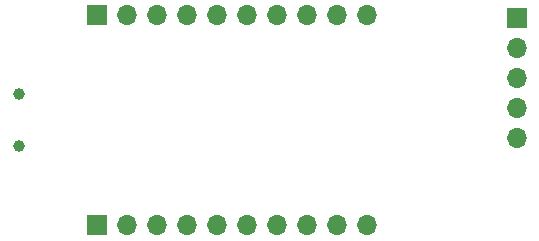
<source format=gbs>
G04 #@! TF.GenerationSoftware,KiCad,Pcbnew,8.0.3*
G04 #@! TF.CreationDate,2024-06-24T13:25:16+02:00*
G04 #@! TF.ProjectId,LimbusZero,4c696d62-7573-45a6-9572-6f2e6b696361,v.0.1*
G04 #@! TF.SameCoordinates,Original*
G04 #@! TF.FileFunction,Soldermask,Bot*
G04 #@! TF.FilePolarity,Negative*
%FSLAX46Y46*%
G04 Gerber Fmt 4.6, Leading zero omitted, Abs format (unit mm)*
G04 Created by KiCad (PCBNEW 8.0.3) date 2024-06-24 13:25:16*
%MOMM*%
%LPD*%
G01*
G04 APERTURE LIST*
%ADD10C,1.000000*%
%ADD11R,1.700000X1.700000*%
%ADD12O,1.700000X1.700000*%
G04 APERTURE END LIST*
D10*
X87376000Y-72730000D03*
X87376000Y-77130000D03*
D11*
X129540000Y-66294000D03*
D12*
X129540000Y-68834000D03*
X129540000Y-71373999D03*
X129540000Y-73914000D03*
X129540000Y-76454000D03*
D11*
X93980000Y-66040000D03*
D12*
X96520000Y-66040000D03*
X99059999Y-66040000D03*
X101600000Y-66040000D03*
X104140000Y-66040000D03*
X106680000Y-66040000D03*
X109220000Y-66040000D03*
X111760001Y-66040000D03*
X114300000Y-66040000D03*
X116840000Y-66040000D03*
D11*
X93980000Y-83820000D03*
D12*
X96520000Y-83820000D03*
X99059999Y-83820000D03*
X101600000Y-83820000D03*
X104140000Y-83820000D03*
X106680000Y-83820000D03*
X109220000Y-83820000D03*
X111760001Y-83820000D03*
X114300000Y-83820000D03*
X116840000Y-83820000D03*
M02*

</source>
